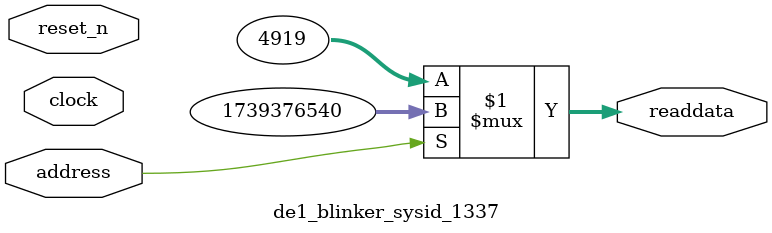
<source format=v>

`timescale 1ns / 1ps
// synthesis translate_on

// turn off superfluous verilog processor warnings 
// altera message_level Level1 
// altera message_off 10034 10035 10036 10037 10230 10240 10030 

module de1_blinker_sysid_1337 (
               // inputs:
                address,
                clock,
                reset_n,

               // outputs:
                readdata
             )
;

  output  [ 31: 0] readdata;
  input            address;
  input            clock;
  input            reset_n;

  wire    [ 31: 0] readdata;
  //control_slave, which is an e_avalon_slave
  assign readdata = address ? 1739376540 : 4919;

endmodule




</source>
